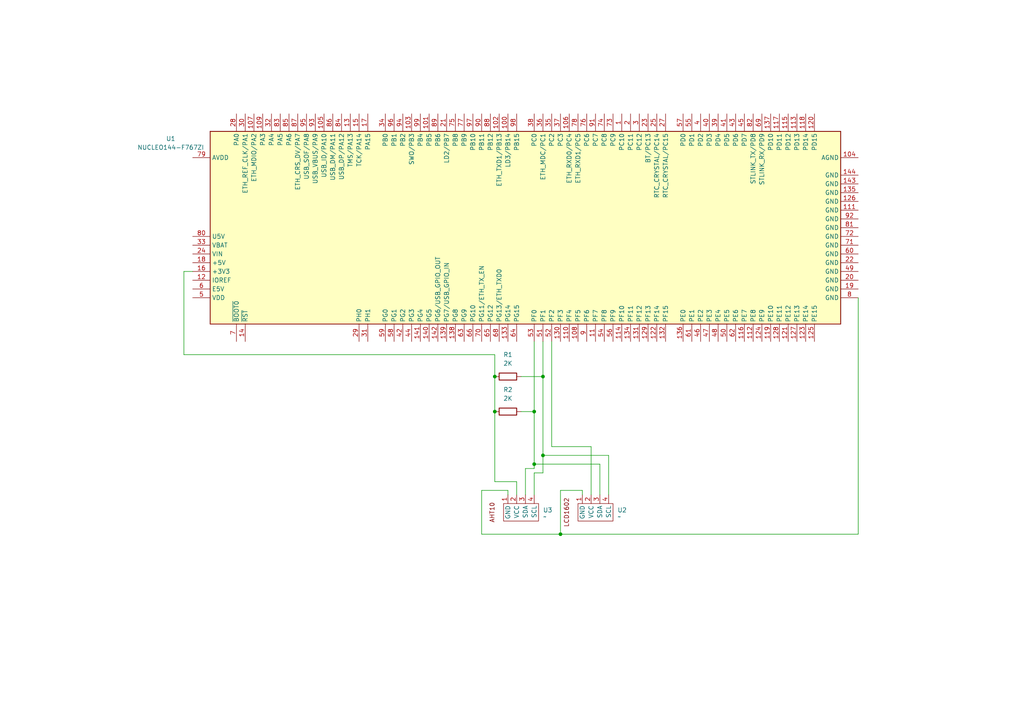
<source format=kicad_sch>
(kicad_sch (version 20231120) (generator "eeschema") (generator_version "8.0")
  (paper "A4")
  (lib_symbols
    (symbol "Device:R" (pin_numbers hide) (pin_names (offset 0))
      (property "Reference" "R" (at 2.032 0 90))
      (property "Value" "R" (at 0 0 90))
      (symbol "R_0_1"
        (rectangle (start -1.016 -2.54) (end 1.016 2.54) (stroke (width 0.254)))
      )
      (symbol "R_1_1"
        (pin passive line (at 0 3.81 270) (length 1.27) (name "~") (number "1"))
        (pin passive line (at 0 -3.81 90) (length 1.27) (name "~") (number "2"))
      )
    )
    (symbol "Josh_Custom:AHT10"
      (property "Reference" "U" (at 0 0 0))
      (symbol "AHT10_0_1"
        (rectangle (start -3.81 -1.27) (end 1.27 -11.43))
      )
      (symbol "AHT10_1_1"
        (text "AHT10" (at -1.27 2.032 0) (effects (font (size 1.27 1.27))))
        (pin input line (at 3.81 -2.54 180) (length 2.54) (name "GND") (number "1"))
        (pin input line (at 3.81 -5.08 180) (length 2.54) (name "VCC") (number "2"))
        (pin input line (at 3.81 -7.62 180) (length 2.54) (name "SDA") (number "3"))
        (pin input line (at 3.81 -10.16 180) (length 2.54) (name "SCL") (number "4"))
      )
    )
    (symbol "Josh_Custom:LCD1602"
      (property "Reference" "U" (at 0 0 0))
      (symbol "LCD1602_0_1"
        (rectangle (start -2.54 -1.27) (end 2.54 -11.43))
      )
      (symbol "LCD1602_1_1"
        (text "LCD1602" (at 0 2.032 0) (effects (font (size 1.27 1.27))))
        (pin input line (at 5.08 -2.54 180) (length 2.54) (name "GND") (number "1"))
        (pin input line (at 5.08 -5.08 180) (length 2.54) (name "VCC") (number "2"))
        (pin input line (at 5.08 -7.62 180) (length 2.54) (name "SDA") (number "3"))
        (pin input line (at 5.08 -10.16 180) (length 2.54) (name "SCL") (number "4"))
      )
    )
    (symbol "MCU_Module:NUCLEO144-F767ZI"
      (property "Reference" "U" (at -22.86 94.615 0))
      (property "Value" "NUCLEO144-F767ZI" (at -22.86 92.71 0))
      (symbol "NUCLEO144-F767ZI_0_1"
        (rectangle (start -27.94 -91.44) (end 27.94 91.44) (stroke (width 0.254)) (fill (type background)))
      )
      (symbol "NUCLEO144-F767ZI_1_1"
        (pin bidirectional line (at 33.02 -27.94 180) (length 5.08) (name "PC10") (number "1"))
        (pin no_connect line (at -27.94 55.88 0) (length 5.08) hide (name "NC") (number "10"))
        (pin bidirectional line (at 33.02 5.08 180) (length 5.08) (name "LD3/PB14") (number "100"))
        (pin bidirectional line (at 33.02 27.94 180) (length 5.08) (name "PB5") (number "101"))
        (pin bidirectional line (at 33.02 7.62 180) (length 5.08) (name "ETH_TXD1/PB13") (number "102"))
        (pin bidirectional line (at 33.02 33.02 180) (length 5.08) (name "SWO/PB3") (number "103"))
        (pin power_in line (at 20.32 -96.52 90) (length 5.08) (name "AGND") (number "104"))
        (pin bidirectional line (at 33.02 58.42 180) (length 5.08) (name "USB_ID/PA10") (number "105"))
        (pin bidirectional line (at 33.02 -12.7 180) (length 5.08) (name "ETH_RXD0/PC4") (number "106"))
        (pin bidirectional line (at 33.02 78.74 180) (length 5.08) (name "ETH_MDIO/PA2") (number "107"))
        (pin bidirectional line (at -33.02 -15.24 0) (length 5.08) (name "PF5") (number "108"))
        (pin bidirectional line (at 33.02 76.2 180) (length 5.08) (name "PA3") (number "109"))
        (pin bidirectional line (at -33.02 -20.32 0) (length 5.08) (name "PF7") (number "11"))
        (pin bidirectional line (at -33.02 -12.7 0) (length 5.08) (name "PF4") (number "110"))
        (pin power_in line (at 5.08 -96.52 90) (length 5.08) (name "GND") (number "111"))
        (pin bidirectional line (at -33.02 -66.04 0) (length 5.08) (name "PE8") (number "112"))
        (pin bidirectional line (at 33.02 -78.74 180) (length 5.08) (name "PD13") (number "113"))
        (pin bidirectional line (at -33.02 -27.94 0) (length 5.08) (name "PF10") (number "114"))
        (pin bidirectional line (at 33.02 -76.2 180) (length 5.08) (name "PD12") (number "115"))
        (pin bidirectional line (at -33.02 -63.5 0) (length 5.08) (name "PE7") (number "116"))
        (pin bidirectional line (at 33.02 -73.66 180) (length 5.08) (name "PD11") (number "117"))
        (pin bidirectional line (at 33.02 -81.28 180) (length 5.08) (name "PD14") (number "118"))
        (pin bidirectional line (at -33.02 -71.12 0) (length 5.08) (name "PE10") (number "119"))
        (pin power_in line (at -15.24 96.52 270) (length 5.08) (name "IOREF") (number "12"))
        (pin bidirectional line (at 33.02 -83.82 180) (length 5.08) (name "PD15") (number "120"))
        (pin bidirectional line (at -33.02 -76.2 0) (length 5.08) (name "PE12") (number "121"))
        (pin bidirectional line (at -33.02 -38.1 0) (length 5.08) (name "PF14") (number "122"))
        (pin bidirectional line (at -33.02 -81.28 0) (length 5.08) (name "PE14") (number "123"))
        (pin bidirectional line (at -33.02 -68.58 0) (length 5.08) (name "PE9") (number "124"))
        (pin bidirectional line (at -33.02 -83.82 0) (length 5.08) (name "PE15") (number "125"))
        (pin power_in line (at 7.62 -96.52 90) (length 5.08) (name "GND") (number "126"))
        (pin bidirectional line (at -33.02 -78.74 0) (length 5.08) (name "PE13") (number "127"))
        (pin bidirectional line (at -33.02 -73.66 0) (length 5.08) (name "PE11") (number "128"))
        (pin bidirectional line (at -33.02 -35.56 0) (length 5.08) (name "PF13") (number "129"))
        (pin bidirectional line (at 33.02 50.8 180) (length 5.08) (name "TMS/PA13") (number "13"))
        (pin bidirectional line (at -33.02 -10.16 0) (length 5.08) (name "PF3") (number "130"))
        (pin bidirectional line (at -33.02 -33.02 0) (length 5.08) (name "PF12") (number "131"))
        (pin bidirectional line (at -33.02 -40.64 0) (length 5.08) (name "PF15") (number "132"))
        (pin bidirectional line (at -33.02 5.08 0) (length 5.08) (name "PG14") (number "133"))
        (pin bidirectional line (at -33.02 -30.48 0) (length 5.08) (name "PF11") (number "134"))
        (pin power_in line (at 10.16 -96.52 90) (length 5.08) (name "GND") (number "135"))
        (pin bidirectional line (at -33.02 -45.72 0) (length 5.08) (name "PE0") (number "136"))
        (pin bidirectional line (at 33.02 -71.12 180) (length 5.08) (name "PD10") (number "137"))
        (pin bidirectional line (at -33.02 20.32 0) (length 5.08) (name "PG8") (number "138"))
        (pin bidirectional line (at -33.02 22.86 0) (length 5.08) (name "PG7/USB_GPIO_IN") (number "139"))
        (pin input line (at -33.02 81.28 0) (length 5.08) (name "~{RST}") (number "14"))
        (pin bidirectional line (at -33.02 27.94 0) (length 5.08) (name "PG5") (number "140"))
        (pin bidirectional line (at -33.02 30.48 0) (length 5.08) (name "PG4") (number "141"))
        (pin bidirectional line (at -33.02 25.4 0) (length 5.08) (name "PG6/USB_GPIO_OUT") (number "142"))
        (pin power_in line (at 12.7 -96.52 90) (length 5.08) (name "GND") (number "143"))
        (pin power_in line (at 15.24 -96.52 90) (length 5.08) (name "GND") (number "144"))
        (pin bidirectional line (at 33.02 48.26 180) (length 5.08) (name "TCK/PA14") (number "15"))
        (pin power_in line (at -12.7 96.52 270) (length 5.08) (name "+3V3") (number "16"))
        (pin bidirectional line (at 33.02 45.72 180) (length 5.08) (name "PA15") (number "17"))
        (pin power_in line (at -10.16 96.52 270) (length 5.08) (name "+5V") (number "18"))
        (pin power_in line (at -17.78 -96.52 90) (length 5.08) (name "GND") (number "19"))
        (pin bidirectional line (at 33.02 -30.48 180) (length 5.08) (name "PC11") (number "2"))
        (pin power_in line (at -15.24 -96.52 90) (length 5.08) (name "GND") (number "20"))
        (pin bidirectional line (at 33.02 22.86 180) (length 5.08) (name "LD2/PB7") (number "21"))
        (pin power_in line (at -10.16 -96.52 90) (length 5.08) (name "GND") (number "22"))
        (pin bidirectional line (at 33.02 -35.56 180) (length 5.08) (name "BT/PC13") (number "23"))
        (pin power_in line (at -7.62 96.52 270) (length 5.08) (name "VIN") (number "24"))
        (pin bidirectional line (at 33.02 -38.1 180) (length 5.08) (name "RTC_CRYSTAL/PC14") (number "25"))
        (pin no_connect line (at -27.94 58.42 0) (length 5.08) hide (name "NC") (number "26"))
        (pin bidirectional line (at 33.02 -40.64 180) (length 5.08) (name "RTC_CRYSTAL/PC15") (number "27"))
        (pin bidirectional line (at 33.02 83.82 180) (length 5.08) (name "PA0") (number "28"))
        (pin bidirectional line (at -33.02 48.26 0) (length 5.08) (name "PH0") (number "29"))
        (pin bidirectional line (at 33.02 -33.02 180) (length 5.08) (name "PC12") (number "3"))
        (pin bidirectional line (at 33.02 81.28 180) (length 5.08) (name "ETH_REF_CLK/PA1") (number "30"))
        (pin bidirectional line (at -33.02 45.72 0) (length 5.08) (name "PH1") (number "31"))
        (pin bidirectional line (at 33.02 73.66 180) (length 5.08) (name "PA4") (number "32"))
        (pin power_in line (at -5.08 96.52 270) (length 5.08) (name "VBAT") (number "33"))
        (pin bidirectional line (at 33.02 40.64 180) (length 5.08) (name "PB0") (number "34"))
        (pin bidirectional line (at 33.02 -7.62 180) (length 5.08) (name "PC2") (number "35"))
        (pin bidirectional line (at 33.02 -5.08 180) (length 5.08) (name "ETH_MDC/PC1") (number "36"))
        (pin bidirectional line (at 33.02 -10.16 180) (length 5.08) (name "PC3") (number "37"))
        (pin bidirectional line (at 33.02 -2.54 180) (length 5.08) (name "PC0") (number "38"))
        (pin bidirectional line (at 33.02 -55.88 180) (length 5.08) (name "PD4") (number "39"))
        (pin bidirectional line (at 33.02 -50.8 180) (length 5.08) (name "PD2") (number "4"))
        (pin bidirectional line (at 33.02 -53.34 180) (length 5.08) (name "PD3") (number "40"))
        (pin bidirectional line (at 33.02 -58.42 180) (length 5.08) (name "PD5") (number "41"))
        (pin bidirectional line (at -33.02 35.56 0) (length 5.08) (name "PG2") (number "42"))
        (pin bidirectional line (at 33.02 -60.96 180) (length 5.08) (name "PD6") (number "43"))
        (pin bidirectional line (at -33.02 33.02 0) (length 5.08) (name "PG3") (number "44"))
        (pin bidirectional line (at 33.02 -63.5 180) (length 5.08) (name "PD7") (number "45"))
        (pin bidirectional line (at -33.02 -50.8 0) (length 5.08) (name "PE2") (number "46"))
        (pin bidirectional line (at -33.02 -53.34 0) (length 5.08) (name "PE3") (number "47"))
        (pin bidirectional line (at -33.02 -55.88 0) (length 5.08) (name "PE4") (number "48"))
        (pin power_in line (at -12.7 -96.52 90) (length 5.08) (name "GND") (number "49"))
        (pin power_in line (at -20.32 96.52 270) (length 5.08) (name "VDD") (number "5"))
        (pin bidirectional line (at -33.02 -58.42 0) (length 5.08) (name "PE5") (number "50"))
        (pin bidirectional line (at -33.02 -5.08 0) (length 5.08) (name "PF1") (number "51"))
        (pin bidirectional line (at -33.02 -7.62 0) (length 5.08) (name "PF2") (number "52"))
        (pin bidirectional line (at -33.02 -2.54 0) (length 5.08) (name "PF0") (number "53"))
        (pin bidirectional line (at -33.02 -22.86 0) (length 5.08) (name "PF8") (number "54"))
        (pin bidirectional line (at 33.02 -48.26 180) (length 5.08) (name "PD1") (number "55"))
        (pin bidirectional line (at -33.02 -25.4 0) (length 5.08) (name "PF9") (number "56"))
        (pin bidirectional line (at 33.02 -45.72 180) (length 5.08) (name "PD0") (number "57"))
        (pin bidirectional line (at -33.02 38.1 0) (length 5.08) (name "PG1") (number "58"))
        (pin bidirectional line (at -33.02 40.64 0) (length 5.08) (name "PG0") (number "59"))
        (pin power_in line (at -17.78 96.52 270) (length 5.08) (name "E5V") (number "6"))
        (pin power_in line (at -7.62 -96.52 90) (length 5.08) (name "GND") (number "60"))
        (pin bidirectional line (at -33.02 -48.26 0) (length 5.08) (name "PE1") (number "61"))
        (pin bidirectional line (at -33.02 -60.96 0) (length 5.08) (name "PE6") (number "62"))
        (pin bidirectional line (at -33.02 17.78 0) (length 5.08) (name "PG9") (number "63"))
        (pin bidirectional line (at -33.02 2.54 0) (length 5.08) (name "PG15") (number "64"))
        (pin bidirectional line (at -33.02 10.16 0) (length 5.08) (name "PG12") (number "65"))
        (pin bidirectional line (at -33.02 15.24 0) (length 5.08) (name "PG10") (number "66"))
        (pin no_connect line (at -27.94 53.34 0) (length 5.08) hide (name "NC") (number "67"))
        (pin bidirectional line (at -33.02 7.62 0) (length 5.08) (name "PG13/ETH_TXD0") (number "68"))
        (pin bidirectional line (at 33.02 -68.58 180) (length 5.08) (name "STLINK_RX/PD9") (number "69"))
        (pin input line (at -33.02 83.82 0) (length 5.08) (name "~{BOOT0}") (number "7"))
        (pin bidirectional line (at -33.02 12.7 0) (length 5.08) (name "PG11/ETH_TX_EN") (number "70"))
        (pin power_in line (at -5.08 -96.52 90) (length 5.08) (name "GND") (number "71"))
        (pin power_in line (at -2.54 -96.52 90) (length 5.08) (name "GND") (number "72"))
        (pin bidirectional line (at 33.02 -25.4 180) (length 5.08) (name "PC9") (number "73"))
        (pin bidirectional line (at 33.02 -22.86 180) (length 5.08) (name "PC8") (number "74"))
        (pin bidirectional line (at 33.02 20.32 180) (length 5.08) (name "PB8") (number "75"))
        (pin bidirectional line (at 33.02 -17.78 180) (length 5.08) (name "PC6") (number "76"))
        (pin bidirectional line (at 33.02 17.78 180) (length 5.08) (name "PB9") (number "77"))
        (pin bidirectional line (at 33.02 -15.24 180) (length 5.08) (name "ETH_RXD1/PC5") (number "78"))
        (pin power_in line (at 20.32 96.52 270) (length 5.08) (name "AVDD") (number "79"))
        (pin power_in line (at -20.32 -96.52 90) (length 5.08) (name "GND") (number "8"))
        (pin power_in line (at -2.54 96.52 270) (length 5.08) (name "U5V") (number "80"))
        (pin power_in line (at 0 -96.52 90) (length 5.08) (name "GND") (number "81"))
        (pin bidirectional line (at 33.02 -66.04 180) (length 5.08) (name "STLINK_TX/PD8") (number "82"))
        (pin bidirectional line (at 33.02 71.12 180) (length 5.08) (name "PA5") (number "83"))
        (pin bidirectional line (at 33.02 53.34 180) (length 5.08) (name "USB_DP/PA12") (number "84"))
        (pin bidirectional line (at 33.02 68.58 180) (length 5.08) (name "PA6") (number "85"))
        (pin bidirectional line (at 33.02 55.88 180) (length 5.08) (name "USB_DM/PA11") (number "86"))
        (pin bidirectional line (at 33.02 66.04 180) (length 5.08) (name "ETH_CRS_DV/PA7") (number "87"))
        (pin bidirectional line (at 33.02 10.16 180) (length 5.08) (name "PB12") (number "88"))
        (pin bidirectional line (at 33.02 25.4 180) (length 5.08) (name "PB6") (number "89"))
        (pin bidirectional line (at -33.02 -17.78 0) (length 5.08) (name "PF6") (number "9"))
        (pin bidirectional line (at 33.02 12.7 180) (length 5.08) (name "PB11") (number "90"))
        (pin bidirectional line (at 33.02 -20.32 180) (length 5.08) (name "PC7") (number "91"))
        (pin power_in line (at 2.54 -96.52 90) (length 5.08) (name "GND") (number "92"))
        (pin bidirectional line (at 33.02 60.96 180) (length 5.08) (name "USB_VBUS/PA9") (number "93"))
        (pin bidirectional line (at 33.02 35.56 180) (length 5.08) (name "PB2") (number "94"))
        (pin bidirectional line (at 33.02 63.5 180) (length 5.08) (name "USB_SOF/PA8") (number "95"))
        (pin bidirectional line (at 33.02 38.1 180) (length 5.08) (name "PB1") (number "96"))
        (pin bidirectional line (at 33.02 15.24 180) (length 5.08) (name "PB10") (number "97"))
        (pin bidirectional line (at 33.02 2.54 180) (length 5.08) (name "PB15") (number "98"))
        (pin bidirectional line (at 33.02 30.48 180) (length 5.08) (name "PB4") (number "99"))
      )
    )
  )
  (junction (at 157.48 132.08))
  (junction (at 143.51 119.38))
  (junction (at 162.56 154.94))
  (junction (at 143.51 109.22))
  (junction (at 154.94 119.38))
  (junction (at 154.94 134.62))
  (junction (at 157.48 109.22))
  (wire (pts (xy 154.94 134.62) (xy 154.94 135.89)))
  (wire (pts (xy 157.48 109.22) (xy 157.48 132.08)))
  (wire (pts (xy 55.88 78.74) (xy 53.34 78.74)))
  (wire (pts (xy 53.34 78.74) (xy 53.34 102.87)))
  (wire (pts (xy 152.4 135.89) (xy 152.4 143.51)))
  (wire (pts (xy 171.45 129.54) (xy 171.45 143.51)))
  (wire (pts (xy 157.48 99.06) (xy 157.48 109.22)))
  (wire (pts (xy 147.32 143.51) (xy 147.32 142.24)))
  (wire (pts (xy 151.13 119.38) (xy 154.94 119.38)))
  (wire (pts (xy 162.56 154.94) (xy 162.56 142.24)))
  (wire (pts (xy 160.02 129.54) (xy 171.45 129.54)))
  (wire (pts (xy 157.48 132.08) (xy 157.48 137.16)))
  (wire (pts (xy 168.91 142.24) (xy 168.91 143.51)))
  (wire (pts (xy 154.94 99.06) (xy 154.94 119.38)))
  (wire (pts (xy 154.94 134.62) (xy 173.99 134.62)))
  (wire (pts (xy 154.94 135.89) (xy 152.4 135.89)))
  (wire (pts (xy 248.92 154.94) (xy 162.56 154.94)))
  (wire (pts (xy 149.86 139.7) (xy 149.86 143.51)))
  (wire (pts (xy 173.99 134.62) (xy 173.99 143.51)))
  (wire (pts (xy 147.32 142.24) (xy 139.7 142.24)))
  (wire (pts (xy 160.02 99.06) (xy 160.02 129.54)))
  (wire (pts (xy 157.48 137.16) (xy 154.94 137.16)))
  (wire (pts (xy 157.48 132.08) (xy 176.53 132.08)))
  (wire (pts (xy 162.56 142.24) (xy 168.91 142.24)))
  (wire (pts (xy 151.13 109.22) (xy 157.48 109.22)))
  (wire (pts (xy 143.51 102.87) (xy 143.51 109.22)))
  (wire (pts (xy 143.51 109.22) (xy 143.51 119.38)))
  (wire (pts (xy 139.7 142.24) (xy 139.7 154.94)))
  (wire (pts (xy 53.34 102.87) (xy 143.51 102.87)))
  (wire (pts (xy 143.51 139.7) (xy 149.86 139.7)))
  (wire (pts (xy 154.94 137.16) (xy 154.94 143.51)))
  (wire (pts (xy 139.7 154.94) (xy 162.56 154.94)))
  (wire (pts (xy 176.53 132.08) (xy 176.53 143.51)))
  (wire (pts (xy 248.92 86.36) (xy 248.92 154.94)))
  (wire (pts (xy 143.51 119.38) (xy 143.51 139.7)))
  (wire (pts (xy 154.94 119.38) (xy 154.94 134.62)))
  (symbol (lib_id "Josh_Custom:LCD1602") (at 166.37 148.59 90) (unit 1)
    (property "Reference" "U2" (at 179.07 147.9548 90) (effects (justify right)))
    (property "Value" "~" (at 179.07 149.8599 90) (effects (justify right)))
  )
  (symbol (lib_id "MCU_Module:NUCLEO144-F767ZI") (at 152.4 66.04 90) (unit 1)
    (property "Reference" "U1" (at 49.53 40.2238 90))
    (property "Value" "NUCLEO144-F767ZI" (at 49.53 42.7638 90))
    (property "Footprint" "Module:ST_Morpho_Connector_144_STLink" (effects (hide yes)))
    (property "Datasheet" "https://www.st.com/resource/en/user_manual/dm00244518-stm32-nucleo144-boards-stmicroelectronics.pdf" (effects (hide yes)))
    (property "Description" "Nucleo 144 Development Board with STM32F767ZIT6 MCU, 512kB RAM, 2Mb FLASH" (effects (hide yes)))
  )
  (symbol (lib_id "Josh_Custom:AHT10") (at 144.78 147.32 90) (unit 1)
    (property "Reference" "U3" (at 157.48 147.9548 90) (effects (justify right)))
    (property "Value" "~" (at 157.48 149.8599 90) (effects (justify right)))
  )
  (symbol (lib_id "Device:R") (at 147.32 119.38 270) (unit 1)
    (property "Reference" "R2" (at 147.32 113.03 90))
    (property "Value" "2K" (at 147.32 115.57 90))
    (property "Description" "Resistor" (effects (hide yes)))
  )
  (symbol (lib_id "Device:R") (at 147.32 109.22 270) (unit 1)
    (property "Reference" "R1" (at 147.32 102.87 90))
    (property "Value" "2K" (at 147.32 105.41 90))
    (property "Description" "Resistor" (effects (hide yes)))
  )
)
</source>
